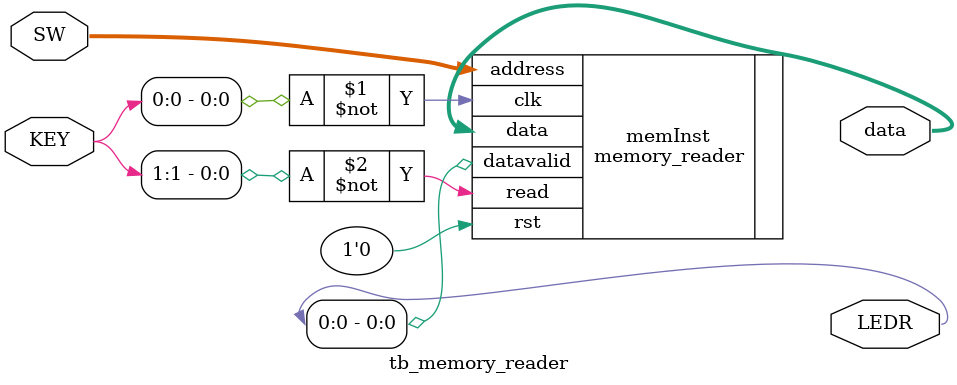
<source format=sv>
module tb_memory_reader(
	input logic [3:0] KEY, 
	input logic [9:0] SW,
	output logic [31:0] data,
	output logic [9:0] LEDR
);

	memory_reader memInst(.clk(~KEY[0]), .rst(1'b0), .read(~KEY[1]), .address(SW[9:0]), .data(data), .datavalid(LEDR[0]));

endmodule
</source>
